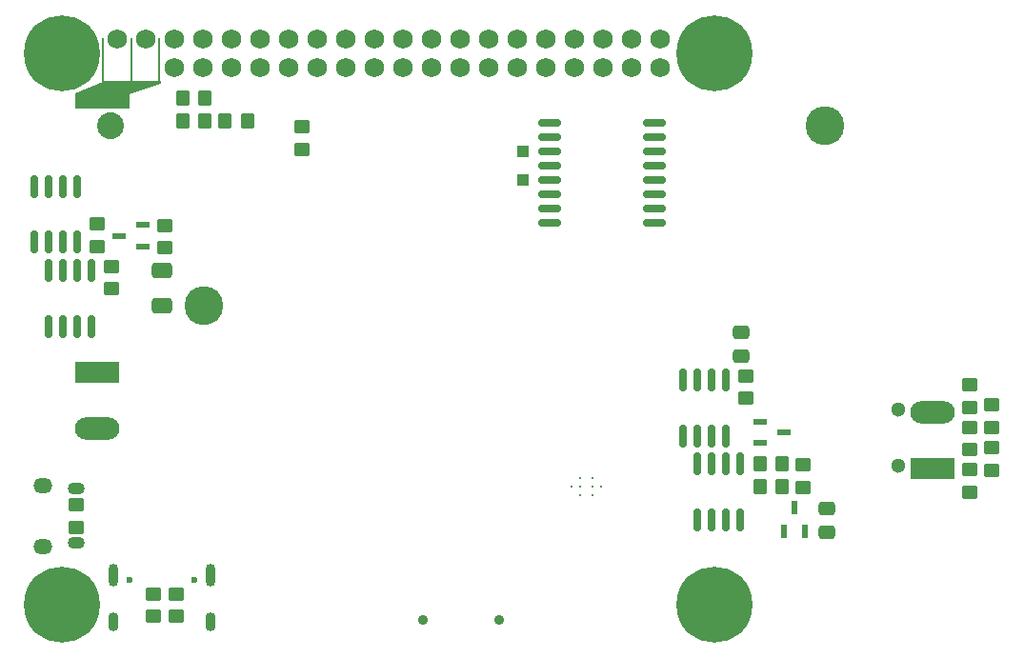
<source format=gbs>
G04 #@! TF.GenerationSoftware,KiCad,Pcbnew,6.0.4-6f826c9f35~116~ubuntu20.04.1*
G04 #@! TF.CreationDate,2022-05-05T15:44:48+02:00*
G04 #@! TF.ProjectId,PiUPS,50695550-532e-46b6-9963-61645f706362,rev?*
G04 #@! TF.SameCoordinates,Original*
G04 #@! TF.FileFunction,Soldermask,Bot*
G04 #@! TF.FilePolarity,Negative*
%FSLAX46Y46*%
G04 Gerber Fmt 4.6, Leading zero omitted, Abs format (unit mm)*
G04 Created by KiCad (PCBNEW 6.0.4-6f826c9f35~116~ubuntu20.04.1) date 2022-05-05 15:44:48*
%MOMM*%
%LPD*%
G01*
G04 APERTURE LIST*
G04 Aperture macros list*
%AMRoundRect*
0 Rectangle with rounded corners*
0 $1 Rounding radius*
0 $2 $3 $4 $5 $6 $7 $8 $9 X,Y pos of 4 corners*
0 Add a 4 corners polygon primitive as box body*
4,1,4,$2,$3,$4,$5,$6,$7,$8,$9,$2,$3,0*
0 Add four circle primitives for the rounded corners*
1,1,$1+$1,$2,$3*
1,1,$1+$1,$4,$5*
1,1,$1+$1,$6,$7*
1,1,$1+$1,$8,$9*
0 Add four rect primitives between the rounded corners*
20,1,$1+$1,$2,$3,$4,$5,0*
20,1,$1+$1,$4,$5,$6,$7,0*
20,1,$1+$1,$6,$7,$8,$9,0*
20,1,$1+$1,$8,$9,$2,$3,0*%
G04 Aperture macros list end*
%ADD10C,0.200000*%
%ADD11C,0.100000*%
%ADD12C,1.300000*%
%ADD13C,3.450000*%
%ADD14C,2.390000*%
%ADD15O,1.700000X1.350000*%
%ADD16O,1.500000X1.100000*%
%ADD17C,0.900000*%
%ADD18C,0.600000*%
%ADD19O,0.900000X1.700000*%
%ADD20O,0.900000X2.000000*%
%ADD21R,3.960000X1.980000*%
%ADD22O,3.960000X1.980000*%
%ADD23C,0.300000*%
%ADD24C,6.750000*%
%ADD25C,1.750000*%
%ADD26R,1.300000X0.600000*%
%ADD27R,1.000000X1.000000*%
%ADD28RoundRect,0.250000X-0.450000X0.350000X-0.450000X-0.350000X0.450000X-0.350000X0.450000X0.350000X0*%
%ADD29RoundRect,0.250000X0.450000X-0.350000X0.450000X0.350000X-0.450000X0.350000X-0.450000X-0.350000X0*%
%ADD30RoundRect,0.150000X0.150000X-0.825000X0.150000X0.825000X-0.150000X0.825000X-0.150000X-0.825000X0*%
%ADD31RoundRect,0.250000X-0.350000X-0.450000X0.350000X-0.450000X0.350000X0.450000X-0.350000X0.450000X0*%
%ADD32RoundRect,0.150000X0.875000X0.150000X-0.875000X0.150000X-0.875000X-0.150000X0.875000X-0.150000X0*%
%ADD33RoundRect,0.150000X-0.150000X0.825000X-0.150000X-0.825000X0.150000X-0.825000X0.150000X0.825000X0*%
%ADD34RoundRect,0.250000X0.350000X0.450000X-0.350000X0.450000X-0.350000X-0.450000X0.350000X-0.450000X0*%
%ADD35RoundRect,0.250000X-0.475000X0.337500X-0.475000X-0.337500X0.475000X-0.337500X0.475000X0.337500X0*%
%ADD36RoundRect,0.250000X0.650000X-0.412500X0.650000X0.412500X-0.650000X0.412500X-0.650000X-0.412500X0*%
%ADD37R,0.600000X1.300000*%
%ADD38RoundRect,0.250000X0.475000X-0.337500X0.475000X0.337500X-0.475000X0.337500X-0.475000X-0.337500X0*%
G04 APERTURE END LIST*
D10*
X73530000Y-69410000D02*
X73530000Y-73320000D01*
D11*
G36*
X78590000Y-73410000D02*
G01*
X75780000Y-74370000D01*
X75780000Y-75610000D01*
X71100000Y-75610000D01*
X71100000Y-74370000D01*
X73530000Y-73320000D01*
X73530000Y-73210000D01*
X78590000Y-73210000D01*
X78590000Y-73410000D01*
G37*
X78590000Y-73410000D02*
X75780000Y-74370000D01*
X75780000Y-75610000D01*
X71100000Y-75610000D01*
X71100000Y-74370000D01*
X73530000Y-73320000D01*
X73530000Y-73210000D01*
X78590000Y-73210000D01*
X78590000Y-73410000D01*
D10*
X78540000Y-69410000D02*
X78540000Y-73320000D01*
X76100000Y-69410000D02*
X76100000Y-73320000D01*
D12*
X144225000Y-107400000D03*
X144225000Y-102400000D03*
D13*
X137723600Y-77191600D03*
X82523600Y-93191600D03*
D14*
X74193600Y-77191600D03*
D15*
X68189600Y-109182400D03*
D16*
X71189600Y-114332400D03*
X71189600Y-109492400D03*
D15*
X68189600Y-114642400D03*
D17*
X101950000Y-121175000D03*
X108750000Y-121175000D03*
D18*
X81680800Y-117625200D03*
X75900800Y-117625200D03*
D19*
X74470800Y-121315200D03*
X83110800Y-121315200D03*
D20*
X83110800Y-117145200D03*
X74470800Y-117145200D03*
D21*
X72999600Y-99140000D03*
D22*
X72999600Y-104140000D03*
D23*
X117775900Y-109296200D03*
X117025900Y-108521200D03*
X117025900Y-109296200D03*
X117025900Y-110071200D03*
X115975900Y-108521200D03*
X115975900Y-109296200D03*
X115975900Y-110071200D03*
X115225900Y-109296200D03*
D24*
X69932000Y-119770000D03*
X127932000Y-70770000D03*
X69932000Y-70770000D03*
X127932000Y-119770000D03*
D25*
X74802000Y-69500000D03*
X77342000Y-69500000D03*
X79882000Y-72040000D03*
X79882000Y-69500000D03*
X82422000Y-72040000D03*
X82422000Y-69500000D03*
X84962000Y-72040000D03*
X84962000Y-69500000D03*
X87502000Y-72040000D03*
X87502000Y-69500000D03*
X90042000Y-72040000D03*
X90042000Y-69500000D03*
X92582000Y-72040000D03*
X92582000Y-69500000D03*
X95122000Y-72040000D03*
X95122000Y-69500000D03*
X97662000Y-72040000D03*
X97662000Y-69500000D03*
X100202000Y-72040000D03*
X100202000Y-69500000D03*
X102742000Y-72040000D03*
X102742000Y-69500000D03*
X105282000Y-72040000D03*
X105282000Y-69500000D03*
X107822000Y-72040000D03*
X107822000Y-69500000D03*
X110362000Y-72040000D03*
X110362000Y-69500000D03*
X112902000Y-72040000D03*
X112902000Y-69500000D03*
X115442000Y-72040000D03*
X115442000Y-69500000D03*
X117982000Y-72040000D03*
X117982000Y-69500000D03*
X120522000Y-72040000D03*
X120522000Y-69500000D03*
X123062000Y-72040000D03*
X123062000Y-69500000D03*
D21*
X147275000Y-107675000D03*
D22*
X147275000Y-102675000D03*
D26*
X131975000Y-105400000D03*
X131975000Y-103500000D03*
X134075000Y-104450000D03*
D27*
X110875000Y-79525000D03*
X110875000Y-82025000D03*
D28*
X79000000Y-86075000D03*
X79000000Y-88075000D03*
D29*
X152525000Y-104050000D03*
X152525000Y-102050000D03*
D30*
X71220000Y-87550000D03*
X69950000Y-87550000D03*
X68680000Y-87550000D03*
X67410000Y-87550000D03*
X67410000Y-82600000D03*
X68680000Y-82600000D03*
X69950000Y-82600000D03*
X71220000Y-82600000D03*
D28*
X91225000Y-77325000D03*
X91225000Y-79325000D03*
X78050000Y-118850000D03*
X78050000Y-120850000D03*
D29*
X135800000Y-109375000D03*
X135800000Y-107375000D03*
D28*
X73050000Y-85925000D03*
X73050000Y-87925000D03*
D31*
X80625000Y-74775000D03*
X82625000Y-74775000D03*
D29*
X152525000Y-107825000D03*
X152525000Y-105825000D03*
X71180000Y-112920000D03*
X71180000Y-110920000D03*
D32*
X122550000Y-76980000D03*
X122550000Y-78250000D03*
X122550000Y-79520000D03*
X122550000Y-80790000D03*
X122550000Y-82060000D03*
X122550000Y-83330000D03*
X122550000Y-84600000D03*
X122550000Y-85870000D03*
X113250000Y-85870000D03*
X113250000Y-84600000D03*
X113250000Y-83330000D03*
X113250000Y-82060000D03*
X113250000Y-80790000D03*
X113250000Y-79520000D03*
X113250000Y-78250000D03*
X113250000Y-76980000D03*
D31*
X80625000Y-76750000D03*
X82625000Y-76750000D03*
D33*
X68690000Y-90100000D03*
X69960000Y-90100000D03*
X71230000Y-90100000D03*
X72500000Y-90100000D03*
X72500000Y-95050000D03*
X71230000Y-95050000D03*
X69960000Y-95050000D03*
X68690000Y-95050000D03*
D28*
X80050000Y-118850000D03*
X80050000Y-120850000D03*
X150550000Y-104025000D03*
X150550000Y-106025000D03*
D34*
X133925000Y-109275000D03*
X131925000Y-109275000D03*
D29*
X150550000Y-102250000D03*
X150550000Y-100250000D03*
D35*
X130250000Y-95605000D03*
X130250000Y-97680000D03*
D28*
X74325000Y-89725000D03*
X74325000Y-91725000D03*
D29*
X150550000Y-109800000D03*
X150550000Y-107800000D03*
D33*
X126345000Y-107300000D03*
X127615000Y-107300000D03*
X128885000Y-107300000D03*
X130155000Y-107300000D03*
X130155000Y-112250000D03*
X128885000Y-112250000D03*
X127615000Y-112250000D03*
X126345000Y-112250000D03*
D36*
X78800000Y-93200000D03*
X78800000Y-90075000D03*
D30*
X128880000Y-104775000D03*
X127610000Y-104775000D03*
X126340000Y-104775000D03*
X125070000Y-104775000D03*
X125070000Y-99825000D03*
X126340000Y-99825000D03*
X127610000Y-99825000D03*
X128880000Y-99825000D03*
D26*
X77075000Y-86050000D03*
X77075000Y-87950000D03*
X74975000Y-87000000D03*
D37*
X135950000Y-113300000D03*
X134050000Y-113300000D03*
X135000000Y-111200000D03*
D28*
X130700000Y-99450000D03*
X130700000Y-101450000D03*
D34*
X133925000Y-107275000D03*
X131925000Y-107275000D03*
D38*
X137850000Y-113362500D03*
X137850000Y-111287500D03*
D34*
X86400000Y-76750000D03*
X84400000Y-76750000D03*
M02*

</source>
